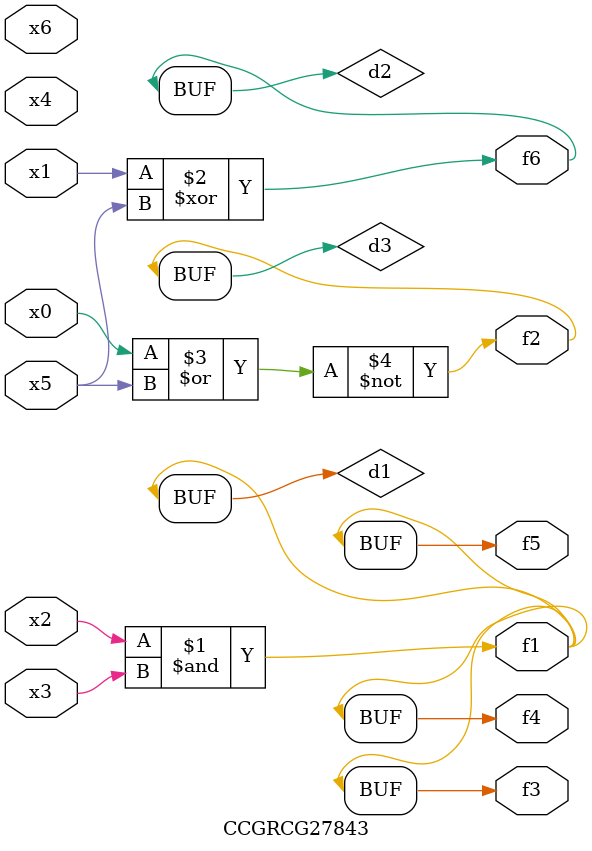
<source format=v>
module CCGRCG27843(
	input x0, x1, x2, x3, x4, x5, x6,
	output f1, f2, f3, f4, f5, f6
);

	wire d1, d2, d3;

	and (d1, x2, x3);
	xor (d2, x1, x5);
	nor (d3, x0, x5);
	assign f1 = d1;
	assign f2 = d3;
	assign f3 = d1;
	assign f4 = d1;
	assign f5 = d1;
	assign f6 = d2;
endmodule

</source>
